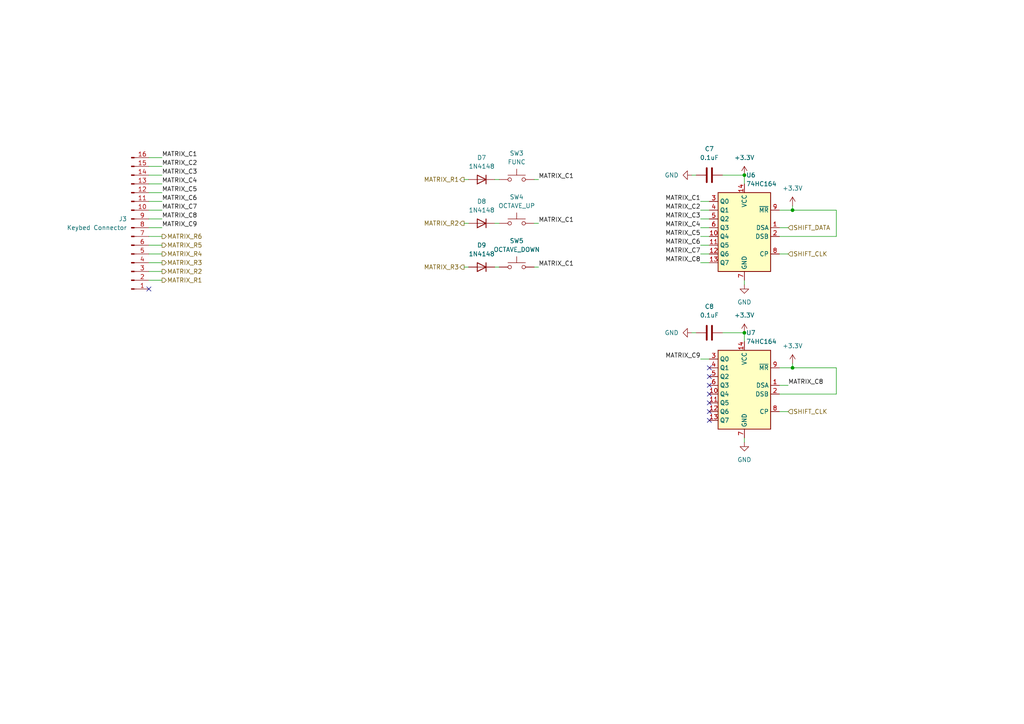
<source format=kicad_sch>
(kicad_sch (version 20211123) (generator eeschema)
  (paper "A4")
  (title_block (title "Key Matrix") (rev "1"))
  (lib_symbols
    (symbol "74xx:74HC164"
      (property "Reference" "U" (at 1.905 -13.97 0))
      (property "Value" "74HC164" (at 1.905 -16.51 0))
      (symbol "74HC164_0_1"
        (rectangle (start 7.62 10.16) (end -7.62 -12.7) (stroke (width 0.254)) (fill (type background)))
      )
      (symbol "74HC164_1_1"
        (pin input line (at -10.16 0 0) (length 2.54) (name "DSA") (number "1"))
        (pin output line (at 10.16 -2.54 180) (length 2.54) (name "Q4") (number "10"))
        (pin output line (at 10.16 -5.08 180) (length 2.54) (name "Q5") (number "11"))
        (pin output line (at 10.16 -7.62 180) (length 2.54) (name "Q6") (number "12"))
        (pin output line (at 10.16 -10.16 180) (length 2.54) (name "Q7") (number "13"))
        (pin power_in line (at 0 12.7 270) (length 2.54) (name "VCC") (number "14"))
        (pin input line (at -10.16 -2.54 0) (length 2.54) (name "DSB") (number "2"))
        (pin output line (at 10.16 7.62 180) (length 2.54) (name "Q0") (number "3"))
        (pin output line (at 10.16 5.08 180) (length 2.54) (name "Q1") (number "4"))
        (pin output line (at 10.16 2.54 180) (length 2.54) (name "Q2") (number "5"))
        (pin output line (at 10.16 0 180) (length 2.54) (name "Q3") (number "6"))
        (pin power_in line (at 0 -15.24 90) (length 2.54) (name "GND") (number "7"))
        (pin input line (at -10.16 -7.62 0) (length 2.54) (name "CP") (number "8"))
        (pin input line (at -10.16 5.08 0) (length 2.54) (name "~{MR}") (number "9"))
      )
    )
    (symbol "Connector:Conn_01x16_Male" (pin_names (offset 1.016) hide)
      (property "Reference" "J" (at 0 20.32 0))
      (property "Value" "Conn_01x16_Male" (at 0 -22.86 0))
      (symbol "Conn_01x16_Male_1_1"
        (polyline (pts (xy 1.27 -20.32) (xy 0.8636 -20.32)) (stroke (width 0.1524)))
        (polyline (pts (xy 1.27 -17.78) (xy 0.8636 -17.78)) (stroke (width 0.1524)))
        (polyline (pts (xy 1.27 -15.24) (xy 0.8636 -15.24)) (stroke (width 0.1524)))
        (polyline (pts (xy 1.27 -12.7) (xy 0.8636 -12.7)) (stroke (width 0.1524)))
        (polyline (pts (xy 1.27 -10.16) (xy 0.8636 -10.16)) (stroke (width 0.1524)))
        (polyline (pts (xy 1.27 -7.62) (xy 0.8636 -7.62)) (stroke (width 0.1524)))
        (polyline (pts (xy 1.27 -5.08) (xy 0.8636 -5.08)) (stroke (width 0.1524)))
        (polyline (pts (xy 1.27 -2.54) (xy 0.8636 -2.54)) (stroke (width 0.1524)))
        (polyline (pts (xy 1.27 0) (xy 0.8636 0)) (stroke (width 0.1524)))
        (polyline (pts (xy 1.27 2.54) (xy 0.8636 2.54)) (stroke (width 0.1524)))
        (polyline (pts (xy 1.27 5.08) (xy 0.8636 5.08)) (stroke (width 0.1524)))
        (polyline (pts (xy 1.27 7.62) (xy 0.8636 7.62)) (stroke (width 0.1524)))
        (polyline (pts (xy 1.27 10.16) (xy 0.8636 10.16)) (stroke (width 0.1524)))
        (polyline (pts (xy 1.27 12.7) (xy 0.8636 12.7)) (stroke (width 0.1524)))
        (polyline (pts (xy 1.27 15.24) (xy 0.8636 15.24)) (stroke (width 0.1524)))
        (polyline (pts (xy 1.27 17.78) (xy 0.8636 17.78)) (stroke (width 0.1524)))
        (rectangle (start 0.8636 -20.193) (end 0 -20.447) (stroke (width 0.1524)) (fill (type outline)))
        (rectangle (start 0.8636 -17.653) (end 0 -17.907) (stroke (width 0.1524)) (fill (type outline)))
        (rectangle (start 0.8636 -15.113) (end 0 -15.367) (stroke (width 0.1524)) (fill (type outline)))
        (rectangle (start 0.8636 -12.573) (end 0 -12.827) (stroke (width 0.1524)) (fill (type outline)))
        (rectangle (start 0.8636 -10.033) (end 0 -10.287) (stroke (width 0.1524)) (fill (type outline)))
        (rectangle (start 0.8636 -7.493) (end 0 -7.747) (stroke (width 0.1524)) (fill (type outline)))
        (rectangle (start 0.8636 -4.953) (end 0 -5.207) (stroke (width 0.1524)) (fill (type outline)))
        (rectangle (start 0.8636 -2.413) (end 0 -2.667) (stroke (width 0.1524)) (fill (type outline)))
        (rectangle (start 0.8636 0.127) (end 0 -0.127) (stroke (width 0.1524)) (fill (type outline)))
        (rectangle (start 0.8636 2.667) (end 0 2.413) (stroke (width 0.1524)) (fill (type outline)))
        (rectangle (start 0.8636 5.207) (end 0 4.953) (stroke (width 0.1524)) (fill (type outline)))
        (rectangle (start 0.8636 7.747) (end 0 7.493) (stroke (width 0.1524)) (fill (type outline)))
        (rectangle (start 0.8636 10.287) (end 0 10.033) (stroke (width 0.1524)) (fill (type outline)))
        (rectangle (start 0.8636 12.827) (end 0 12.573) (stroke (width 0.1524)) (fill (type outline)))
        (rectangle (start 0.8636 15.367) (end 0 15.113) (stroke (width 0.1524)) (fill (type outline)))
        (rectangle (start 0.8636 17.907) (end 0 17.653) (stroke (width 0.1524)) (fill (type outline)))
        (pin passive line (at 5.08 17.78 180) (length 3.81) (name "Pin_1") (number "1"))
        (pin passive line (at 5.08 -5.08 180) (length 3.81) (name "Pin_10") (number "10"))
        (pin passive line (at 5.08 -7.62 180) (length 3.81) (name "Pin_11") (number "11"))
        (pin passive line (at 5.08 -10.16 180) (length 3.81) (name "Pin_12") (number "12"))
        (pin passive line (at 5.08 -12.7 180) (length 3.81) (name "Pin_13") (number "13"))
        (pin passive line (at 5.08 -15.24 180) (length 3.81) (name "Pin_14") (number "14"))
        (pin passive line (at 5.08 -17.78 180) (length 3.81) (name "Pin_15") (number "15"))
        (pin passive line (at 5.08 -20.32 180) (length 3.81) (name "Pin_16") (number "16"))
        (pin passive line (at 5.08 15.24 180) (length 3.81) (name "Pin_2") (number "2"))
        (pin passive line (at 5.08 12.7 180) (length 3.81) (name "Pin_3") (number "3"))
        (pin passive line (at 5.08 10.16 180) (length 3.81) (name "Pin_4") (number "4"))
        (pin passive line (at 5.08 7.62 180) (length 3.81) (name "Pin_5") (number "5"))
        (pin passive line (at 5.08 5.08 180) (length 3.81) (name "Pin_6") (number "6"))
        (pin passive line (at 5.08 2.54 180) (length 3.81) (name "Pin_7") (number "7"))
        (pin passive line (at 5.08 0 180) (length 3.81) (name "Pin_8") (number "8"))
        (pin passive line (at 5.08 -2.54 180) (length 3.81) (name "Pin_9") (number "9"))
      )
    )
    (symbol "Device:C" (pin_numbers hide) (pin_names (offset 0.254))
      (property "Reference" "C" (at 0.635 2.54 0))
      (property "Value" "C" (at 0.635 -2.54 0))
      (symbol "C_0_1"
        (polyline (pts (xy -2.032 -0.762) (xy 2.032 -0.762)) (stroke (width 0.508)))
        (polyline (pts (xy -2.032 0.762) (xy 2.032 0.762)) (stroke (width 0.508)))
      )
      (symbol "C_1_1"
        (pin passive line (at 0 3.81 270) (length 2.794) (name "~") (number "1"))
        (pin passive line (at 0 -3.81 90) (length 2.794) (name "~") (number "2"))
      )
    )
    (symbol "Diode:1N4148" (pin_numbers hide) (pin_names (offset 1.016) hide)
      (property "Reference" "D" (at 0 2.54 0))
      (property "Value" "1N4148" (at 0 -2.54 0))
      (symbol "1N4148_0_1"
        (polyline (pts (xy -1.27 1.27) (xy -1.27 -1.27)) (stroke (width 0.254)))
        (polyline (pts (xy 1.27 0) (xy -1.27 0)))
        (polyline (pts (xy 1.27 1.27) (xy 1.27 -1.27) (xy -1.27 0) (xy 1.27 1.27)) (stroke (width 0.254)))
      )
      (symbol "1N4148_1_1"
        (pin passive line (at -3.81 0 0) (length 2.54) (name "K") (number "1"))
        (pin passive line (at 3.81 0 180) (length 2.54) (name "A") (number "2"))
      )
    )
    (symbol "Switch:SW_Push" (pin_numbers hide) (pin_names (offset 1.016) hide)
      (property "Reference" "SW" (at 1.27 2.54 0))
      (property "Value" "SW_Push" (at 0 -1.524 0))
      (symbol "SW_Push_0_1"
        (circle (center -2.032 0) (radius 0.508))
        (polyline (pts (xy 0 1.27) (xy 0 3.048)))
        (polyline (pts (xy 2.54 1.27) (xy -2.54 1.27)))
        (circle (center 2.032 0) (radius 0.508))
        (pin passive line (at -5.08 0 0) (length 2.54) (name "1") (number "1"))
        (pin passive line (at 5.08 0 180) (length 2.54) (name "2") (number "2"))
      )
    )
    (symbol "power:+3.3V" (power) (pin_names (offset 0))
      (property "Value" "+3.3V" (at 0 3.556 0))
      (symbol "+3.3V_0_1"
        (polyline (pts (xy -0.762 1.27) (xy 0 2.54)))
        (polyline (pts (xy 0 0) (xy 0 2.54)))
        (polyline (pts (xy 0 2.54) (xy 0.762 1.27)))
      )
      (symbol "+3.3V_1_1"
        (pin power_in line (at 0 0 90) (length 0) hide (name "+3.3V") (number "1"))
      )
    )
    (symbol "power:GND" (power) (pin_names (offset 0))
      (property "Value" "GND" (at 0 -3.81 0))
      (symbol "GND_0_1"
        (polyline (pts (xy 0 0) (xy 0 -1.27) (xy 1.27 -1.27) (xy 0 -2.54) (xy -1.27 -1.27) (xy 0 -1.27)))
      )
      (symbol "GND_1_1"
        (pin power_in line (at 0 0 270) (length 0) hide (name "GND") (number "1"))
      )
    )
  )
  (junction (at 215.9 50.8))
  (junction (at 229.87 106.68))
  (junction (at 229.87 60.96))
  (junction (at 215.9 96.52))
  (no_connect (at 205.74 109.22))
  (no_connect (at 43.18 83.82))
  (no_connect (at 205.74 106.68))
  (no_connect (at 205.74 121.92))
  (no_connect (at 205.74 116.84))
  (no_connect (at 205.74 114.3))
  (no_connect (at 205.74 119.38))
  (no_connect (at 205.74 111.76))
  (wire (pts (xy 154.94 77.47) (xy 156.21 77.47)))
  (wire (pts (xy 43.18 58.42) (xy 46.99 58.42)))
  (wire (pts (xy 43.18 63.5) (xy 46.99 63.5)))
  (wire (pts (xy 226.06 68.58) (xy 242.57 68.58)))
  (wire (pts (xy 43.18 78.74) (xy 46.99 78.74)))
  (wire (pts (xy 43.18 55.88) (xy 46.99 55.88)))
  (wire (pts (xy 154.94 64.77) (xy 156.21 64.77)))
  (wire (pts (xy 143.51 52.07) (xy 144.78 52.07)))
  (wire (pts (xy 203.2 60.96) (xy 205.74 60.96)))
  (wire (pts (xy 200.66 96.52) (xy 201.93 96.52)))
  (wire (pts (xy 242.57 68.58) (xy 242.57 60.96)))
  (wire (pts (xy 226.06 106.68) (xy 229.87 106.68)))
  (wire (pts (xy 215.9 96.52) (xy 215.9 99.06)))
  (wire (pts (xy 200.66 50.8) (xy 201.93 50.8)))
  (wire (pts (xy 226.06 114.3) (xy 242.57 114.3)))
  (wire (pts (xy 229.87 106.68) (xy 229.87 105.41)))
  (wire (pts (xy 226.06 73.66) (xy 228.6 73.66)))
  (wire (pts (xy 226.06 66.04) (xy 228.6 66.04)))
  (wire (pts (xy 203.2 73.66) (xy 205.74 73.66)))
  (wire (pts (xy 134.62 64.77) (xy 135.89 64.77)))
  (wire (pts (xy 242.57 114.3) (xy 242.57 106.68)))
  (wire (pts (xy 43.18 48.26) (xy 46.99 48.26)))
  (wire (pts (xy 229.87 60.96) (xy 229.87 59.69)))
  (wire (pts (xy 134.62 77.47) (xy 135.89 77.47)))
  (wire (pts (xy 143.51 64.77) (xy 144.78 64.77)))
  (wire (pts (xy 203.2 104.14) (xy 205.74 104.14)))
  (wire (pts (xy 215.9 50.8) (xy 215.9 53.34)))
  (wire (pts (xy 43.18 76.2) (xy 46.99 76.2)))
  (wire (pts (xy 43.18 53.34) (xy 46.99 53.34)))
  (wire (pts (xy 43.18 66.04) (xy 46.99 66.04)))
  (wire (pts (xy 203.2 68.58) (xy 205.74 68.58)))
  (wire (pts (xy 226.06 111.76) (xy 228.6 111.76)))
  (wire (pts (xy 154.94 52.07) (xy 156.21 52.07)))
  (wire (pts (xy 203.2 58.42) (xy 205.74 58.42)))
  (wire (pts (xy 209.55 96.52) (xy 215.9 96.52)))
  (wire (pts (xy 203.2 63.5) (xy 205.74 63.5)))
  (wire (pts (xy 226.06 60.96) (xy 229.87 60.96)))
  (wire (pts (xy 215.9 81.28) (xy 215.9 82.55)))
  (wire (pts (xy 203.2 71.12) (xy 205.74 71.12)))
  (wire (pts (xy 43.18 81.28) (xy 46.99 81.28)))
  (wire (pts (xy 203.2 66.04) (xy 205.74 66.04)))
  (wire (pts (xy 203.2 76.2) (xy 205.74 76.2)))
  (wire (pts (xy 43.18 45.72) (xy 46.99 45.72)))
  (wire (pts (xy 242.57 60.96) (xy 229.87 60.96)))
  (wire (pts (xy 43.18 71.12) (xy 46.99 71.12)))
  (wire (pts (xy 226.06 119.38) (xy 228.6 119.38)))
  (wire (pts (xy 134.62 52.07) (xy 135.89 52.07)))
  (wire (pts (xy 43.18 60.96) (xy 46.99 60.96)))
  (wire (pts (xy 143.51 77.47) (xy 144.78 77.47)))
  (wire (pts (xy 43.18 68.58) (xy 46.99 68.58)))
  (wire (pts (xy 43.18 73.66) (xy 46.99 73.66)))
  (wire (pts (xy 209.55 50.8) (xy 215.9 50.8)))
  (wire (pts (xy 43.18 50.8) (xy 46.99 50.8)))
  (wire (pts (xy 215.9 127) (xy 215.9 128.27)))
  (wire (pts (xy 242.57 106.68) (xy 229.87 106.68)))
  (label "MATRIX_C1" (at 46.99 45.72 0))
  (label "MATRIX_C8" (at 228.6 111.76 0))
  (label "MATRIX_C9" (at 203.2 104.14 180))
  (label "MATRIX_C4" (at 203.2 66.04 180))
  (label "MATRIX_C1" (at 156.21 64.77 0))
  (label "MATRIX_C1" (at 156.21 77.47 0))
  (label "MATRIX_C4" (at 46.99 53.34 0))
  (label "MATRIX_C5" (at 203.2 68.58 180))
  (label "MATRIX_C3" (at 46.99 50.8 0))
  (label "MATRIX_C8" (at 46.99 63.5 0))
  (label "MATRIX_C3" (at 203.2 63.5 180))
  (label "MATRIX_C6" (at 46.99 58.42 0))
  (label "MATRIX_C7" (at 46.99 60.96 0))
  (label "MATRIX_C2" (at 46.99 48.26 0))
  (label "MATRIX_C1" (at 156.21 52.07 0))
  (label "MATRIX_C9" (at 46.99 66.04 0))
  (label "MATRIX_C6" (at 203.2 71.12 180))
  (label "MATRIX_C8" (at 203.2 76.2 180))
  (label "MATRIX_C1" (at 203.2 58.42 180))
  (label "MATRIX_C7" (at 203.2 73.66 180))
  (label "MATRIX_C5" (at 46.99 55.88 0))
  (label "MATRIX_C2" (at 203.2 60.96 180))
  (hierarchical_label "MATRIX_R1" (shape output) (at 46.99 81.28 0))
  (hierarchical_label "SHIFT_CLK" (shape input) (at 228.6 73.66 0))
  (hierarchical_label "MATRIX_R6" (shape output) (at 46.99 68.58 0))
  (hierarchical_label "MATRIX_R5" (shape output) (at 46.99 71.12 0))
  (hierarchical_label "MATRIX_R4" (shape output) (at 46.99 73.66 0))
  (hierarchical_label "MATRIX_R3" (shape output) (at 46.99 76.2 0))
  (hierarchical_label "SHIFT_CLK" (shape input) (at 228.6 119.38 0))
  (hierarchical_label "MATRIX_R2" (shape output) (at 134.62 64.77 180))
  (hierarchical_label "MATRIX_R3" (shape output) (at 134.62 77.47 180))
  (hierarchical_label "SHIFT_DATA" (shape input) (at 228.6 66.04 0))
  (hierarchical_label "MATRIX_R1" (shape output) (at 134.62 52.07 180))
  (hierarchical_label "MATRIX_R2" (shape output) (at 46.99 78.74 0))
  (symbol (lib_id "Switch:SW_Push") (at 149.86 52.07 0) (unit 1)
    (property "Reference" "SW3" (at 149.86 44.45 0))
    (property "Value" "FUNC" (at 149.86 46.99 0))
    (property "Footprint" "Button_Switch_THT:SW_PUSH_6mm" (effects hide))
    (property "Supplier" "Tayda" (effects hide))
    (property "Supplier Part No." "A-5127" (effects hide))
    (property "Manufacturer" "WEALTH METAL" (effects hide))
    (property "Manufacturer Part No." "Tact Switch 6x6mm 5mm" (effects hide))
  )
  (symbol (lib_id "Diode:1N4148") (at 139.7 52.07 180) (unit 1)
    (property "Reference" "D7" (at 139.7 45.72 0))
    (property "Value" "1N4148" (at 139.7 48.26 0))
    (property "Footprint" "Diode_THT:D_DO-35_SOD27_P7.62mm_Horizontal" (effects hide))
    (property "Datasheet" "https://assets.nexperia.com/documents/data-sheet/1N4148_1N4448.pdf" (effects hide))
    (property "Supplier" "Tayda" (effects hide))
    (property "Manufacturer" "PHILIPS/NXP/ON SEMICONDUCTOR//TAK CHEONG" (effects hide))
    (property "Manufacturer Part No." "1N4148" (effects hide))
    (property "Supplier Part No." "A-157" (effects hide))
  )
  (symbol (lib_id "Device:C") (at 205.74 50.8 90) (unit 1)
    (property "Reference" "C7" (at 205.74 43.18 90))
    (property "Value" "0.1uF" (at 205.74 45.72 90))
    (property "Footprint" "AEC_Capacitors:C_Disc_D5.0mm_W2.5mm_P3.0mm" (effects hide))
    (property "Supplier" "Tayda" (effects hide))
    (property "Manufacturer" "AEC" (effects hide))
    (property "Manufacturer Part No." "0.1uF 50V Ceramic Disc Capacitor" (effects hide))
    (property "Supplier Part No." "A-4008" (effects hide))
    (property "Notes" "Ceramic" (effects hide))
  )
  (symbol (lib_id "Device:C") (at 205.74 96.52 90) (unit 1)
    (property "Reference" "C8" (at 205.74 88.9 90))
    (property "Value" "0.1uF" (at 205.74 91.44 90))
    (property "Footprint" "AEC_Capacitors:C_Disc_D5.0mm_W2.5mm_P3.0mm" (effects hide))
    (property "Supplier" "Tayda" (effects hide))
    (property "Manufacturer" "AEC" (effects hide))
    (property "Manufacturer Part No." "0.1uF 50V Ceramic Disc Capacitor" (effects hide))
    (property "Supplier Part No." "A-4008" (effects hide))
    (property "Notes" "Ceramic" (effects hide))
  )
  (symbol (lib_id "Switch:SW_Push") (at 149.86 64.77 0) (unit 1)
    (property "Reference" "SW4" (at 149.86 57.15 0))
    (property "Value" "OCTAVE_UP" (at 149.86 59.69 0))
    (property "Footprint" "Button_Switch_THT:SW_PUSH_6mm" (effects hide))
    (property "Supplier" "Tayda" (effects hide))
    (property "Supplier Part No." "A-5127" (effects hide))
    (property "Manufacturer" "WEALTH METAL" (effects hide))
    (property "Manufacturer Part No." "Tact Switch 6x6mm 5mm" (effects hide))
  )
  (symbol (lib_id "Diode:1N4148") (at 139.7 64.77 180) (unit 1)
    (property "Reference" "D8" (at 139.7 58.42 0))
    (property "Value" "1N4148" (at 139.7 60.96 0))
    (property "Footprint" "Diode_THT:D_DO-35_SOD27_P7.62mm_Horizontal" (effects hide))
    (property "Datasheet" "https://assets.nexperia.com/documents/data-sheet/1N4148_1N4448.pdf" (effects hide))
    (property "Supplier" "Tayda" (effects hide))
    (property "Manufacturer" "PHILIPS/NXP/ON SEMICONDUCTOR//TAK CHEONG" (effects hide))
    (property "Manufacturer Part No." "1N4148" (effects hide))
    (property "Supplier Part No." "A-157" (effects hide))
  )
  (symbol (lib_id "power:GND") (at 215.9 82.55 0) (unit 1)
    (property "Reference" "#PWR039" (effects hide))
    (property "Value" "GND" (at 215.9 87.63 0))
  )
  (symbol (lib_id "Switch:SW_Push") (at 149.86 77.47 0) (unit 1)
    (property "Reference" "SW5" (at 149.86 69.85 0))
    (property "Value" "OCTAVE_DOWN" (at 149.86 72.39 0))
    (property "Footprint" "Button_Switch_THT:SW_PUSH_6mm" (effects hide))
    (property "Supplier" "Tayda" (effects hide))
    (property "Supplier Part No." "A-5127" (effects hide))
    (property "Manufacturer" "WEALTH METAL" (effects hide))
    (property "Manufacturer Part No." "Tact Switch 6x6mm 5mm" (effects hide))
  )
  (symbol (lib_id "power:GND") (at 200.66 50.8 270) (unit 1)
    (property "Reference" "#PWR036" (effects hide))
    (property "Value" "GND" (at 196.85 50.7999 90) (effects (justify right)))
  )
  (symbol (lib_id "Connector:Conn_01x16_Male") (at 38.1 66.04 0) (mirror x) (unit 1)
    (property "Reference" "J3" (at 36.83 63.4999 0) (effects (justify right)))
    (property "Value" "Keybed Connector" (at 36.83 66.0399 0) (effects (justify right)))
    (property "Footprint" "Connector_IDC:IDC-Header_2x08_P2.54mm_Vertical" (effects hide))
    (property "Supplier" "Tayda" (effects hide))
    (property "Manufacturer" "TAIWAN" (effects hide))
    (property "Manufacturer Part No." "BHD16PHZT" (effects hide))
    (property "Supplier Part No." "A-2956" (effects hide))
  )
  (symbol (lib_id "power:+3.3V") (at 229.87 105.41 0) (unit 1)
    (property "Reference" "#PWR043" (effects hide))
    (property "Value" "+3.3V" (at 229.87 100.33 0))
  )
  (symbol (lib_id "74xx:74HC164") (at 215.9 111.76 0) (mirror y) (unit 1)
    (property "Reference" "U7" (at 216.4206 96.52 0) (effects (justify right)))
    (property "Value" "74HC164" (at 216.4206 99.06 0) (effects (justify right)))
    (property "Footprint" "Package_DIP:DIP-14_W7.62mm_Socket" (effects hide))
    (property "Datasheet" "https://assets.nexperia.com/documents/data-sheet/74HC_HCT164.pdf" (effects hide))
    (property "Supplier" "Tayda" (effects hide))
    (property "Manufacturer" "VARIOUS" (effects hide))
    (property "Manufacturer Part No." "SN74HC164N" (effects hide))
    (property "Supplier Part No." "A-922" (effects hide))
  )
  (symbol (lib_id "74xx:74HC164") (at 215.9 66.04 0) (mirror y) (unit 1)
    (property "Reference" "U6" (at 216.4206 50.8 0) (effects (justify right)))
    (property "Value" "74HC164" (at 216.4206 53.34 0) (effects (justify right)))
    (property "Footprint" "Package_DIP:DIP-14_W7.62mm_Socket" (effects hide))
    (property "Datasheet" "https://assets.nexperia.com/documents/data-sheet/74HC_HCT164.pdf" (effects hide))
    (property "Supplier" "Tayda" (effects hide))
    (property "Manufacturer" "VARIOUS" (effects hide))
    (property "Manufacturer Part No." "SN74HC164N" (effects hide))
    (property "Supplier Part No." "A-922" (effects hide))
  )
  (symbol (lib_id "power:GND") (at 200.66 96.52 270) (unit 1)
    (property "Reference" "#PWR037" (effects hide))
    (property "Value" "GND" (at 196.85 96.5199 90) (effects (justify right)))
  )
  (symbol (lib_id "Diode:1N4148") (at 139.7 77.47 180) (unit 1)
    (property "Reference" "D9" (at 139.7 71.12 0))
    (property "Value" "1N4148" (at 139.7 73.66 0))
    (property "Footprint" "Diode_THT:D_DO-35_SOD27_P7.62mm_Horizontal" (effects hide))
    (property "Datasheet" "https://assets.nexperia.com/documents/data-sheet/1N4148_1N4448.pdf" (effects hide))
    (property "Supplier" "Tayda" (effects hide))
    (property "Manufacturer" "PHILIPS/NXP/ON SEMICONDUCTOR//TAK CHEONG" (effects hide))
    (property "Manufacturer Part No." "1N4148" (effects hide))
    (property "Supplier Part No." "A-157" (effects hide))
  )
  (symbol (lib_id "power:+3.3V") (at 215.9 96.52 0) (unit 1)
    (property "Reference" "#PWR040" (effects hide))
    (property "Value" "+3.3V" (at 215.9 91.44 0))
  )
  (symbol (lib_id "power:+3.3V") (at 229.87 59.69 0) (unit 1)
    (property "Reference" "#PWR042" (effects hide))
    (property "Value" "+3.3V" (at 229.87 54.61 0))
  )
  (symbol (lib_id "power:+3.3V") (at 215.9 50.8 0) (unit 1)
    (property "Reference" "#PWR038" (effects hide))
    (property "Value" "+3.3V" (at 215.9 45.72 0))
  )
  (symbol (lib_id "power:GND") (at 215.9 128.27 0) (unit 1)
    (property "Reference" "#PWR041" (effects hide))
    (property "Value" "GND" (at 215.9 133.35 0))
  )
)
</source>
